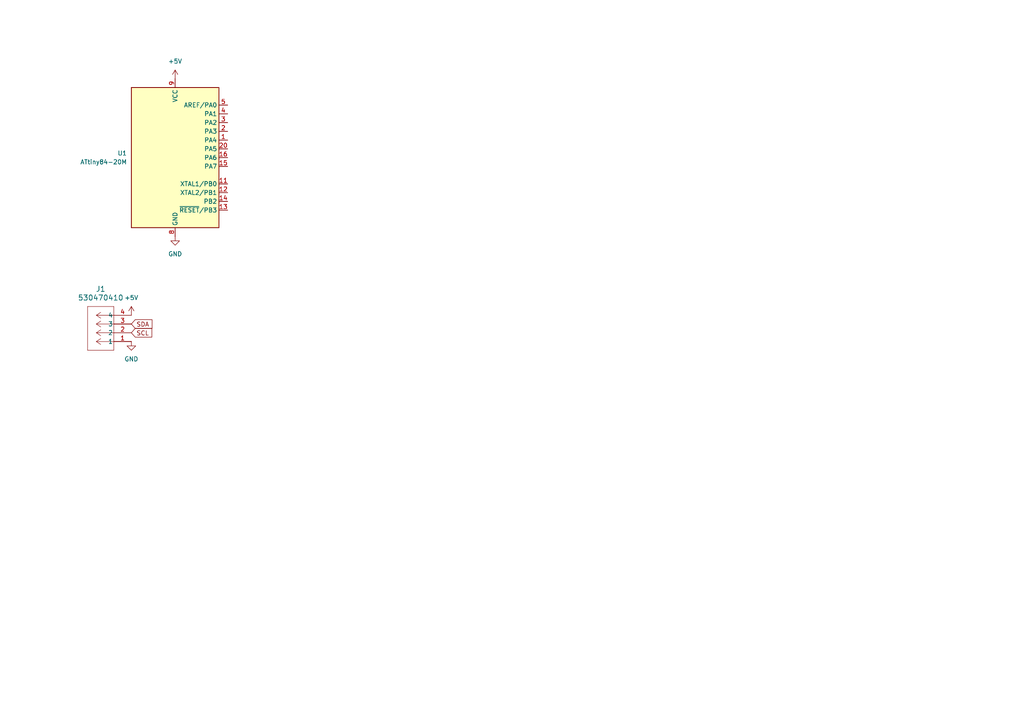
<source format=kicad_sch>
(kicad_sch
	(version 20250114)
	(generator "eeschema")
	(generator_version "9.0")
	(uuid "c44f5839-ac7a-4032-b822-4da467f6f6b5")
	(paper "A4")
	(lib_symbols
		(symbol "CONN04_530470410_MOL:530470410"
			(pin_names
				(offset 0.254)
			)
			(exclude_from_sim no)
			(in_bom yes)
			(on_board yes)
			(property "Reference" "J"
				(at 8.89 6.35 0)
				(effects
					(font
						(size 1.524 1.524)
					)
				)
			)
			(property "Value" "530470410"
				(at 0 0 0)
				(effects
					(font
						(size 1.524 1.524)
					)
				)
			)
			(property "Footprint" "CONN04_530470410_MOL"
				(at 0 0 0)
				(effects
					(font
						(size 1.27 1.27)
						(italic yes)
					)
					(hide yes)
				)
			)
			(property "Datasheet" "530470410"
				(at 0 0 0)
				(effects
					(font
						(size 1.27 1.27)
						(italic yes)
					)
					(hide yes)
				)
			)
			(property "Description" ""
				(at 0 0 0)
				(effects
					(font
						(size 1.27 1.27)
					)
					(hide yes)
				)
			)
			(property "ki_locked" ""
				(at 0 0 0)
				(effects
					(font
						(size 1.27 1.27)
					)
				)
			)
			(property "ki_keywords" "530470410"
				(at 0 0 0)
				(effects
					(font
						(size 1.27 1.27)
					)
					(hide yes)
				)
			)
			(property "ki_fp_filters" "CONN04_530470410_MOL"
				(at 0 0 0)
				(effects
					(font
						(size 1.27 1.27)
					)
					(hide yes)
				)
			)
			(symbol "530470410_1_1"
				(polyline
					(pts
						(xy 5.08 2.54) (xy 5.08 -10.16)
					)
					(stroke
						(width 0.127)
						(type default)
					)
					(fill
						(type none)
					)
				)
				(polyline
					(pts
						(xy 5.08 -10.16) (xy 12.7 -10.16)
					)
					(stroke
						(width 0.127)
						(type default)
					)
					(fill
						(type none)
					)
				)
				(polyline
					(pts
						(xy 10.16 0) (xy 5.08 0)
					)
					(stroke
						(width 0.127)
						(type default)
					)
					(fill
						(type none)
					)
				)
				(polyline
					(pts
						(xy 10.16 0) (xy 8.89 0.8467)
					)
					(stroke
						(width 0.127)
						(type default)
					)
					(fill
						(type none)
					)
				)
				(polyline
					(pts
						(xy 10.16 0) (xy 8.89 -0.8467)
					)
					(stroke
						(width 0.127)
						(type default)
					)
					(fill
						(type none)
					)
				)
				(polyline
					(pts
						(xy 10.16 -2.54) (xy 5.08 -2.54)
					)
					(stroke
						(width 0.127)
						(type default)
					)
					(fill
						(type none)
					)
				)
				(polyline
					(pts
						(xy 10.16 -2.54) (xy 8.89 -1.6933)
					)
					(stroke
						(width 0.127)
						(type default)
					)
					(fill
						(type none)
					)
				)
				(polyline
					(pts
						(xy 10.16 -2.54) (xy 8.89 -3.3867)
					)
					(stroke
						(width 0.127)
						(type default)
					)
					(fill
						(type none)
					)
				)
				(polyline
					(pts
						(xy 10.16 -5.08) (xy 5.08 -5.08)
					)
					(stroke
						(width 0.127)
						(type default)
					)
					(fill
						(type none)
					)
				)
				(polyline
					(pts
						(xy 10.16 -5.08) (xy 8.89 -4.2333)
					)
					(stroke
						(width 0.127)
						(type default)
					)
					(fill
						(type none)
					)
				)
				(polyline
					(pts
						(xy 10.16 -5.08) (xy 8.89 -5.9267)
					)
					(stroke
						(width 0.127)
						(type default)
					)
					(fill
						(type none)
					)
				)
				(polyline
					(pts
						(xy 10.16 -7.62) (xy 5.08 -7.62)
					)
					(stroke
						(width 0.127)
						(type default)
					)
					(fill
						(type none)
					)
				)
				(polyline
					(pts
						(xy 10.16 -7.62) (xy 8.89 -6.7733)
					)
					(stroke
						(width 0.127)
						(type default)
					)
					(fill
						(type none)
					)
				)
				(polyline
					(pts
						(xy 10.16 -7.62) (xy 8.89 -8.4667)
					)
					(stroke
						(width 0.127)
						(type default)
					)
					(fill
						(type none)
					)
				)
				(polyline
					(pts
						(xy 12.7 2.54) (xy 5.08 2.54)
					)
					(stroke
						(width 0.127)
						(type default)
					)
					(fill
						(type none)
					)
				)
				(polyline
					(pts
						(xy 12.7 -10.16) (xy 12.7 2.54)
					)
					(stroke
						(width 0.127)
						(type default)
					)
					(fill
						(type none)
					)
				)
				(pin unspecified line
					(at 0 0 0)
					(length 5.08)
					(name "1"
						(effects
							(font
								(size 1.27 1.27)
							)
						)
					)
					(number "1"
						(effects
							(font
								(size 1.27 1.27)
							)
						)
					)
				)
				(pin unspecified line
					(at 0 -2.54 0)
					(length 5.08)
					(name "2"
						(effects
							(font
								(size 1.27 1.27)
							)
						)
					)
					(number "2"
						(effects
							(font
								(size 1.27 1.27)
							)
						)
					)
				)
				(pin unspecified line
					(at 0 -5.08 0)
					(length 5.08)
					(name "3"
						(effects
							(font
								(size 1.27 1.27)
							)
						)
					)
					(number "3"
						(effects
							(font
								(size 1.27 1.27)
							)
						)
					)
				)
				(pin unspecified line
					(at 0 -7.62 0)
					(length 5.08)
					(name "4"
						(effects
							(font
								(size 1.27 1.27)
							)
						)
					)
					(number "4"
						(effects
							(font
								(size 1.27 1.27)
							)
						)
					)
				)
			)
			(symbol "530470410_1_2"
				(polyline
					(pts
						(xy 5.08 2.54) (xy 5.08 -10.16)
					)
					(stroke
						(width 0.127)
						(type default)
					)
					(fill
						(type none)
					)
				)
				(polyline
					(pts
						(xy 5.08 -10.16) (xy 12.7 -10.16)
					)
					(stroke
						(width 0.127)
						(type default)
					)
					(fill
						(type none)
					)
				)
				(polyline
					(pts
						(xy 7.62 0) (xy 5.08 0)
					)
					(stroke
						(width 0.127)
						(type default)
					)
					(fill
						(type none)
					)
				)
				(polyline
					(pts
						(xy 7.62 0) (xy 8.89 0.8467)
					)
					(stroke
						(width 0.127)
						(type default)
					)
					(fill
						(type none)
					)
				)
				(polyline
					(pts
						(xy 7.62 0) (xy 8.89 -0.8467)
					)
					(stroke
						(width 0.127)
						(type default)
					)
					(fill
						(type none)
					)
				)
				(polyline
					(pts
						(xy 7.62 -2.54) (xy 5.08 -2.54)
					)
					(stroke
						(width 0.127)
						(type default)
					)
					(fill
						(type none)
					)
				)
				(polyline
					(pts
						(xy 7.62 -2.54) (xy 8.89 -1.6933)
					)
					(stroke
						(width 0.127)
						(type default)
					)
					(fill
						(type none)
					)
				)
				(polyline
					(pts
						(xy 7.62 -2.54) (xy 8.89 -3.3867)
					)
					(stroke
						(width 0.127)
						(type default)
					)
					(fill
						(type none)
					)
				)
				(polyline
					(pts
						(xy 7.62 -5.08) (xy 5.08 -5.08)
					)
					(stroke
						(width 0.127)
						(type default)
					)
					(fill
						(type none)
					)
				)
				(polyline
					(pts
						(xy 7.62 -5.08) (xy 8.89 -4.2333)
					)
					(stroke
						(width 0.127)
						(type default)
					)
					(fill
						(type none)
					)
				)
				(polyline
					(pts
						(xy 7.62 -5.08) (xy 8.89 -5.9267)
					)
					(stroke
						(width 0.127)
						(type default)
					)
					(fill
						(type none)
					)
				)
				(polyline
					(pts
						(xy 7.62 -7.62) (xy 5.08 -7.62)
					)
					(stroke
						(width 0.127)
						(type default)
					)
					(fill
						(type none)
					)
				)
				(polyline
					(pts
						(xy 7.62 -7.62) (xy 8.89 -6.7733)
					)
					(stroke
						(width 0.127)
						(type default)
					)
					(fill
						(type none)
					)
				)
				(polyline
					(pts
						(xy 7.62 -7.62) (xy 8.89 -8.4667)
					)
					(stroke
						(width 0.127)
						(type default)
					)
					(fill
						(type none)
					)
				)
				(polyline
					(pts
						(xy 12.7 2.54) (xy 5.08 2.54)
					)
					(stroke
						(width 0.127)
						(type default)
					)
					(fill
						(type none)
					)
				)
				(polyline
					(pts
						(xy 12.7 -10.16) (xy 12.7 2.54)
					)
					(stroke
						(width 0.127)
						(type default)
					)
					(fill
						(type none)
					)
				)
				(pin unspecified line
					(at 0 0 0)
					(length 5.08)
					(name "1"
						(effects
							(font
								(size 1.27 1.27)
							)
						)
					)
					(number "1"
						(effects
							(font
								(size 1.27 1.27)
							)
						)
					)
				)
				(pin unspecified line
					(at 0 -2.54 0)
					(length 5.08)
					(name "2"
						(effects
							(font
								(size 1.27 1.27)
							)
						)
					)
					(number "2"
						(effects
							(font
								(size 1.27 1.27)
							)
						)
					)
				)
				(pin unspecified line
					(at 0 -5.08 0)
					(length 5.08)
					(name "3"
						(effects
							(font
								(size 1.27 1.27)
							)
						)
					)
					(number "3"
						(effects
							(font
								(size 1.27 1.27)
							)
						)
					)
				)
				(pin unspecified line
					(at 0 -7.62 0)
					(length 5.08)
					(name "4"
						(effects
							(font
								(size 1.27 1.27)
							)
						)
					)
					(number "4"
						(effects
							(font
								(size 1.27 1.27)
							)
						)
					)
				)
			)
			(embedded_fonts no)
		)
		(symbol "MCU_Microchip_ATtiny:ATtiny84-20M"
			(exclude_from_sim no)
			(in_bom yes)
			(on_board yes)
			(property "Reference" "U"
				(at -12.7 21.59 0)
				(effects
					(font
						(size 1.27 1.27)
					)
					(justify left bottom)
				)
			)
			(property "Value" "ATtiny84-20M"
				(at 2.54 -21.59 0)
				(effects
					(font
						(size 1.27 1.27)
					)
					(justify left top)
				)
			)
			(property "Footprint" "Package_DFN_QFN:QFN-20-1EP_4x4mm_P0.5mm_EP2.6x2.6mm"
				(at 0 0 0)
				(effects
					(font
						(size 1.27 1.27)
						(italic yes)
					)
					(hide yes)
				)
			)
			(property "Datasheet" "http://ww1.microchip.com/downloads/en/DeviceDoc/doc8006.pdf"
				(at 0 0 0)
				(effects
					(font
						(size 1.27 1.27)
					)
					(hide yes)
				)
			)
			(property "Description" "20MHz, 8kB Flash, 512B SRAM, 512B EEPROM, debugWIRE, QFN-20"
				(at 0 0 0)
				(effects
					(font
						(size 1.27 1.27)
					)
					(hide yes)
				)
			)
			(property "ki_keywords" "AVR 8bit Microcontroller tinyAVR"
				(at 0 0 0)
				(effects
					(font
						(size 1.27 1.27)
					)
					(hide yes)
				)
			)
			(property "ki_fp_filters" "QFN*1EP*4x4mm*P0.5mm*"
				(at 0 0 0)
				(effects
					(font
						(size 1.27 1.27)
					)
					(hide yes)
				)
			)
			(symbol "ATtiny84-20M_0_1"
				(rectangle
					(start -12.7 -20.32)
					(end 12.7 20.32)
					(stroke
						(width 0.254)
						(type default)
					)
					(fill
						(type background)
					)
				)
			)
			(symbol "ATtiny84-20M_1_1"
				(pin no_connect line
					(at -12.7 -5.08 0)
					(length 2.54)
					(hide yes)
					(name "NC"
						(effects
							(font
								(size 1.27 1.27)
							)
						)
					)
					(number "6"
						(effects
							(font
								(size 1.27 1.27)
							)
						)
					)
				)
				(pin no_connect line
					(at -12.7 -7.62 0)
					(length 2.54)
					(hide yes)
					(name "NC"
						(effects
							(font
								(size 1.27 1.27)
							)
						)
					)
					(number "7"
						(effects
							(font
								(size 1.27 1.27)
							)
						)
					)
				)
				(pin no_connect line
					(at -12.7 -10.16 0)
					(length 2.54)
					(hide yes)
					(name "NC"
						(effects
							(font
								(size 1.27 1.27)
							)
						)
					)
					(number "10"
						(effects
							(font
								(size 1.27 1.27)
							)
						)
					)
				)
				(pin no_connect line
					(at -12.7 -12.7 0)
					(length 2.54)
					(hide yes)
					(name "NC"
						(effects
							(font
								(size 1.27 1.27)
							)
						)
					)
					(number "17"
						(effects
							(font
								(size 1.27 1.27)
							)
						)
					)
				)
				(pin no_connect line
					(at -12.7 -15.24 0)
					(length 2.54)
					(hide yes)
					(name "NC"
						(effects
							(font
								(size 1.27 1.27)
							)
						)
					)
					(number "18"
						(effects
							(font
								(size 1.27 1.27)
							)
						)
					)
				)
				(pin no_connect line
					(at -12.7 -17.78 0)
					(length 2.54)
					(hide yes)
					(name "NC"
						(effects
							(font
								(size 1.27 1.27)
							)
						)
					)
					(number "19"
						(effects
							(font
								(size 1.27 1.27)
							)
						)
					)
				)
				(pin power_in line
					(at 0 22.86 270)
					(length 2.54)
					(name "VCC"
						(effects
							(font
								(size 1.27 1.27)
							)
						)
					)
					(number "9"
						(effects
							(font
								(size 1.27 1.27)
							)
						)
					)
				)
				(pin passive line
					(at 0 -22.86 90)
					(length 2.54)
					(hide yes)
					(name "GND"
						(effects
							(font
								(size 1.27 1.27)
							)
						)
					)
					(number "21"
						(effects
							(font
								(size 1.27 1.27)
							)
						)
					)
				)
				(pin power_in line
					(at 0 -22.86 90)
					(length 2.54)
					(name "GND"
						(effects
							(font
								(size 1.27 1.27)
							)
						)
					)
					(number "8"
						(effects
							(font
								(size 1.27 1.27)
							)
						)
					)
				)
				(pin bidirectional line
					(at 15.24 15.24 180)
					(length 2.54)
					(name "AREF/PA0"
						(effects
							(font
								(size 1.27 1.27)
							)
						)
					)
					(number "5"
						(effects
							(font
								(size 1.27 1.27)
							)
						)
					)
				)
				(pin bidirectional line
					(at 15.24 12.7 180)
					(length 2.54)
					(name "PA1"
						(effects
							(font
								(size 1.27 1.27)
							)
						)
					)
					(number "4"
						(effects
							(font
								(size 1.27 1.27)
							)
						)
					)
				)
				(pin bidirectional line
					(at 15.24 10.16 180)
					(length 2.54)
					(name "PA2"
						(effects
							(font
								(size 1.27 1.27)
							)
						)
					)
					(number "3"
						(effects
							(font
								(size 1.27 1.27)
							)
						)
					)
				)
				(pin bidirectional line
					(at 15.24 7.62 180)
					(length 2.54)
					(name "PA3"
						(effects
							(font
								(size 1.27 1.27)
							)
						)
					)
					(number "2"
						(effects
							(font
								(size 1.27 1.27)
							)
						)
					)
				)
				(pin bidirectional line
					(at 15.24 5.08 180)
					(length 2.54)
					(name "PA4"
						(effects
							(font
								(size 1.27 1.27)
							)
						)
					)
					(number "1"
						(effects
							(font
								(size 1.27 1.27)
							)
						)
					)
				)
				(pin bidirectional line
					(at 15.24 2.54 180)
					(length 2.54)
					(name "PA5"
						(effects
							(font
								(size 1.27 1.27)
							)
						)
					)
					(number "20"
						(effects
							(font
								(size 1.27 1.27)
							)
						)
					)
				)
				(pin bidirectional line
					(at 15.24 0 180)
					(length 2.54)
					(name "PA6"
						(effects
							(font
								(size 1.27 1.27)
							)
						)
					)
					(number "16"
						(effects
							(font
								(size 1.27 1.27)
							)
						)
					)
				)
				(pin bidirectional line
					(at 15.24 -2.54 180)
					(length 2.54)
					(name "PA7"
						(effects
							(font
								(size 1.27 1.27)
							)
						)
					)
					(number "15"
						(effects
							(font
								(size 1.27 1.27)
							)
						)
					)
				)
				(pin bidirectional line
					(at 15.24 -7.62 180)
					(length 2.54)
					(name "XTAL1/PB0"
						(effects
							(font
								(size 1.27 1.27)
							)
						)
					)
					(number "11"
						(effects
							(font
								(size 1.27 1.27)
							)
						)
					)
				)
				(pin bidirectional line
					(at 15.24 -10.16 180)
					(length 2.54)
					(name "XTAL2/PB1"
						(effects
							(font
								(size 1.27 1.27)
							)
						)
					)
					(number "12"
						(effects
							(font
								(size 1.27 1.27)
							)
						)
					)
				)
				(pin bidirectional line
					(at 15.24 -12.7 180)
					(length 2.54)
					(name "PB2"
						(effects
							(font
								(size 1.27 1.27)
							)
						)
					)
					(number "14"
						(effects
							(font
								(size 1.27 1.27)
							)
						)
					)
				)
				(pin bidirectional line
					(at 15.24 -15.24 180)
					(length 2.54)
					(name "~{RESET}/PB3"
						(effects
							(font
								(size 1.27 1.27)
							)
						)
					)
					(number "13"
						(effects
							(font
								(size 1.27 1.27)
							)
						)
					)
				)
			)
			(embedded_fonts no)
		)
		(symbol "power:+5V"
			(power)
			(pin_numbers
				(hide yes)
			)
			(pin_names
				(offset 0)
				(hide yes)
			)
			(exclude_from_sim no)
			(in_bom yes)
			(on_board yes)
			(property "Reference" "#PWR"
				(at 0 -3.81 0)
				(effects
					(font
						(size 1.27 1.27)
					)
					(hide yes)
				)
			)
			(property "Value" "+5V"
				(at 0 3.556 0)
				(effects
					(font
						(size 1.27 1.27)
					)
				)
			)
			(property "Footprint" ""
				(at 0 0 0)
				(effects
					(font
						(size 1.27 1.27)
					)
					(hide yes)
				)
			)
			(property "Datasheet" ""
				(at 0 0 0)
				(effects
					(font
						(size 1.27 1.27)
					)
					(hide yes)
				)
			)
			(property "Description" "Power symbol creates a global label with name \"+5V\""
				(at 0 0 0)
				(effects
					(font
						(size 1.27 1.27)
					)
					(hide yes)
				)
			)
			(property "ki_keywords" "global power"
				(at 0 0 0)
				(effects
					(font
						(size 1.27 1.27)
					)
					(hide yes)
				)
			)
			(symbol "+5V_0_1"
				(polyline
					(pts
						(xy -0.762 1.27) (xy 0 2.54)
					)
					(stroke
						(width 0)
						(type default)
					)
					(fill
						(type none)
					)
				)
				(polyline
					(pts
						(xy 0 2.54) (xy 0.762 1.27)
					)
					(stroke
						(width 0)
						(type default)
					)
					(fill
						(type none)
					)
				)
				(polyline
					(pts
						(xy 0 0) (xy 0 2.54)
					)
					(stroke
						(width 0)
						(type default)
					)
					(fill
						(type none)
					)
				)
			)
			(symbol "+5V_1_1"
				(pin power_in line
					(at 0 0 90)
					(length 0)
					(name "~"
						(effects
							(font
								(size 1.27 1.27)
							)
						)
					)
					(number "1"
						(effects
							(font
								(size 1.27 1.27)
							)
						)
					)
				)
			)
			(embedded_fonts no)
		)
		(symbol "power:GND"
			(power)
			(pin_numbers
				(hide yes)
			)
			(pin_names
				(offset 0)
				(hide yes)
			)
			(exclude_from_sim no)
			(in_bom yes)
			(on_board yes)
			(property "Reference" "#PWR"
				(at 0 -6.35 0)
				(effects
					(font
						(size 1.27 1.27)
					)
					(hide yes)
				)
			)
			(property "Value" "GND"
				(at 0 -3.81 0)
				(effects
					(font
						(size 1.27 1.27)
					)
				)
			)
			(property "Footprint" ""
				(at 0 0 0)
				(effects
					(font
						(size 1.27 1.27)
					)
					(hide yes)
				)
			)
			(property "Datasheet" ""
				(at 0 0 0)
				(effects
					(font
						(size 1.27 1.27)
					)
					(hide yes)
				)
			)
			(property "Description" "Power symbol creates a global label with name \"GND\" , ground"
				(at 0 0 0)
				(effects
					(font
						(size 1.27 1.27)
					)
					(hide yes)
				)
			)
			(property "ki_keywords" "global power"
				(at 0 0 0)
				(effects
					(font
						(size 1.27 1.27)
					)
					(hide yes)
				)
			)
			(symbol "GND_0_1"
				(polyline
					(pts
						(xy 0 0) (xy 0 -1.27) (xy 1.27 -1.27) (xy 0 -2.54) (xy -1.27 -1.27) (xy 0 -1.27)
					)
					(stroke
						(width 0)
						(type default)
					)
					(fill
						(type none)
					)
				)
			)
			(symbol "GND_1_1"
				(pin power_in line
					(at 0 0 270)
					(length 0)
					(name "~"
						(effects
							(font
								(size 1.27 1.27)
							)
						)
					)
					(number "1"
						(effects
							(font
								(size 1.27 1.27)
							)
						)
					)
				)
			)
			(embedded_fonts no)
		)
	)
	(global_label "SCL"
		(shape input)
		(at 38.1 96.52 0)
		(fields_autoplaced yes)
		(effects
			(font
				(size 1.27 1.27)
			)
			(justify left)
		)
		(uuid "65b58f12-120e-43b0-bfd4-0f183b9a14a9")
		(property "Intersheetrefs" "${INTERSHEET_REFS}"
			(at 44.5928 96.52 0)
			(effects
				(font
					(size 1.27 1.27)
				)
				(justify left)
				(hide yes)
			)
		)
	)
	(global_label "SDA"
		(shape input)
		(at 38.1 93.98 0)
		(fields_autoplaced yes)
		(effects
			(font
				(size 1.27 1.27)
			)
			(justify left)
		)
		(uuid "68c746da-239c-4803-a04b-170b4ca41f92")
		(property "Intersheetrefs" "${INTERSHEET_REFS}"
			(at 44.6533 93.98 0)
			(effects
				(font
					(size 1.27 1.27)
				)
				(justify left)
				(hide yes)
			)
		)
	)
	(symbol
		(lib_id "CONN04_530470410_MOL:530470410")
		(at 38.1 99.06 180)
		(unit 1)
		(exclude_from_sim no)
		(in_bom yes)
		(on_board yes)
		(dnp no)
		(fields_autoplaced yes)
		(uuid "245227c2-169a-46b4-8aab-3812ead2e2d7")
		(property "Reference" "J1"
			(at 29.21 83.82 0)
			(effects
				(font
					(size 1.524 1.524)
				)
			)
		)
		(property "Value" "530470410"
			(at 29.21 86.36 0)
			(effects
				(font
					(size 1.524 1.524)
				)
			)
		)
		(property "Footprint" "CONN04_530470410_MOL"
			(at 38.1 99.06 0)
			(effects
				(font
					(size 1.27 1.27)
					(italic yes)
				)
				(hide yes)
			)
		)
		(property "Datasheet" "530470410"
			(at 38.1 99.06 0)
			(effects
				(font
					(size 1.27 1.27)
					(italic yes)
				)
				(hide yes)
			)
		)
		(property "Description" ""
			(at 38.1 99.06 0)
			(effects
				(font
					(size 1.27 1.27)
				)
				(hide yes)
			)
		)
		(pin "3"
			(uuid "e854b5e4-98e3-4ac1-a010-e480fedcd0f0")
		)
		(pin "4"
			(uuid "66b4da73-3964-4e92-a650-18967a7c049b")
		)
		(pin "2"
			(uuid "cca51f1b-c120-4d82-8db4-e64bce338153")
		)
		(pin "1"
			(uuid "93dfe36a-4101-49b0-9ece-359b7864683a")
		)
		(instances
			(project ""
				(path "/c44f5839-ac7a-4032-b822-4da467f6f6b5"
					(reference "J1")
					(unit 1)
				)
			)
		)
	)
	(symbol
		(lib_id "power:+5V")
		(at 38.1 91.44 0)
		(unit 1)
		(exclude_from_sim no)
		(in_bom yes)
		(on_board yes)
		(dnp no)
		(fields_autoplaced yes)
		(uuid "4edb2151-ad83-49d8-973e-9e77c32b4c01")
		(property "Reference" "#PWR02"
			(at 38.1 95.25 0)
			(effects
				(font
					(size 1.27 1.27)
				)
				(hide yes)
			)
		)
		(property "Value" "+5V"
			(at 38.1 86.36 0)
			(effects
				(font
					(size 1.27 1.27)
				)
			)
		)
		(property "Footprint" ""
			(at 38.1 91.44 0)
			(effects
				(font
					(size 1.27 1.27)
				)
				(hide yes)
			)
		)
		(property "Datasheet" ""
			(at 38.1 91.44 0)
			(effects
				(font
					(size 1.27 1.27)
				)
				(hide yes)
			)
		)
		(property "Description" "Power symbol creates a global label with name \"+5V\""
			(at 38.1 91.44 0)
			(effects
				(font
					(size 1.27 1.27)
				)
				(hide yes)
			)
		)
		(pin "1"
			(uuid "fe74ccd7-20d3-4ae4-ab14-02bafe7c7ef8")
		)
		(instances
			(project ""
				(path "/c44f5839-ac7a-4032-b822-4da467f6f6b5"
					(reference "#PWR02")
					(unit 1)
				)
			)
		)
	)
	(symbol
		(lib_id "power:GND")
		(at 50.8 68.58 0)
		(unit 1)
		(exclude_from_sim no)
		(in_bom yes)
		(on_board yes)
		(dnp no)
		(fields_autoplaced yes)
		(uuid "6d4156f5-0a6b-4de8-af94-45ad9e290519")
		(property "Reference" "#PWR03"
			(at 50.8 74.93 0)
			(effects
				(font
					(size 1.27 1.27)
				)
				(hide yes)
			)
		)
		(property "Value" "GND"
			(at 50.8 73.66 0)
			(effects
				(font
					(size 1.27 1.27)
				)
			)
		)
		(property "Footprint" ""
			(at 50.8 68.58 0)
			(effects
				(font
					(size 1.27 1.27)
				)
				(hide yes)
			)
		)
		(property "Datasheet" ""
			(at 50.8 68.58 0)
			(effects
				(font
					(size 1.27 1.27)
				)
				(hide yes)
			)
		)
		(property "Description" "Power symbol creates a global label with name \"GND\" , ground"
			(at 50.8 68.58 0)
			(effects
				(font
					(size 1.27 1.27)
				)
				(hide yes)
			)
		)
		(pin "1"
			(uuid "4dfc5d86-c149-42ad-860c-8580a7fe4855")
		)
		(instances
			(project "RGBW Par"
				(path "/c44f5839-ac7a-4032-b822-4da467f6f6b5"
					(reference "#PWR03")
					(unit 1)
				)
			)
		)
	)
	(symbol
		(lib_id "power:+5V")
		(at 50.8 22.86 0)
		(unit 1)
		(exclude_from_sim no)
		(in_bom yes)
		(on_board yes)
		(dnp no)
		(fields_autoplaced yes)
		(uuid "720724da-b3f2-40d9-a7ff-0fe2c8c204b4")
		(property "Reference" "#PWR04"
			(at 50.8 26.67 0)
			(effects
				(font
					(size 1.27 1.27)
				)
				(hide yes)
			)
		)
		(property "Value" "+5V"
			(at 50.8 17.78 0)
			(effects
				(font
					(size 1.27 1.27)
				)
			)
		)
		(property "Footprint" ""
			(at 50.8 22.86 0)
			(effects
				(font
					(size 1.27 1.27)
				)
				(hide yes)
			)
		)
		(property "Datasheet" ""
			(at 50.8 22.86 0)
			(effects
				(font
					(size 1.27 1.27)
				)
				(hide yes)
			)
		)
		(property "Description" "Power symbol creates a global label with name \"+5V\""
			(at 50.8 22.86 0)
			(effects
				(font
					(size 1.27 1.27)
				)
				(hide yes)
			)
		)
		(pin "1"
			(uuid "ef020313-6219-420f-8f73-670bb2f9f6e4")
		)
		(instances
			(project "RGBW Par"
				(path "/c44f5839-ac7a-4032-b822-4da467f6f6b5"
					(reference "#PWR04")
					(unit 1)
				)
			)
		)
	)
	(symbol
		(lib_id "power:GND")
		(at 38.1 99.06 0)
		(unit 1)
		(exclude_from_sim no)
		(in_bom yes)
		(on_board yes)
		(dnp no)
		(fields_autoplaced yes)
		(uuid "91e6286d-bd37-40f4-bd5e-00e49208f75d")
		(property "Reference" "#PWR01"
			(at 38.1 105.41 0)
			(effects
				(font
					(size 1.27 1.27)
				)
				(hide yes)
			)
		)
		(property "Value" "GND"
			(at 38.1 104.14 0)
			(effects
				(font
					(size 1.27 1.27)
				)
			)
		)
		(property "Footprint" ""
			(at 38.1 99.06 0)
			(effects
				(font
					(size 1.27 1.27)
				)
				(hide yes)
			)
		)
		(property "Datasheet" ""
			(at 38.1 99.06 0)
			(effects
				(font
					(size 1.27 1.27)
				)
				(hide yes)
			)
		)
		(property "Description" "Power symbol creates a global label with name \"GND\" , ground"
			(at 38.1 99.06 0)
			(effects
				(font
					(size 1.27 1.27)
				)
				(hide yes)
			)
		)
		(pin "1"
			(uuid "643b4cef-9a37-4215-a470-72a4671316a6")
		)
		(instances
			(project ""
				(path "/c44f5839-ac7a-4032-b822-4da467f6f6b5"
					(reference "#PWR01")
					(unit 1)
				)
			)
		)
	)
	(symbol
		(lib_id "MCU_Microchip_ATtiny:ATtiny84-20M")
		(at 50.8 45.72 0)
		(unit 1)
		(exclude_from_sim no)
		(in_bom yes)
		(on_board yes)
		(dnp no)
		(fields_autoplaced yes)
		(uuid "fbf5f70a-9f8e-4115-8809-26134c92a1d0")
		(property "Reference" "U1"
			(at 36.83 44.4499 0)
			(effects
				(font
					(size 1.27 1.27)
				)
				(justify right)
			)
		)
		(property "Value" "ATtiny84-20M"
			(at 36.83 46.9899 0)
			(effects
				(font
					(size 1.27 1.27)
				)
				(justify right)
			)
		)
		(property "Footprint" "Package_DFN_QFN:QFN-20-1EP_4x4mm_P0.5mm_EP2.6x2.6mm"
			(at 50.8 45.72 0)
			(effects
				(font
					(size 1.27 1.27)
					(italic yes)
				)
				(hide yes)
			)
		)
		(property "Datasheet" "http://ww1.microchip.com/downloads/en/DeviceDoc/doc8006.pdf"
			(at 50.8 45.72 0)
			(effects
				(font
					(size 1.27 1.27)
				)
				(hide yes)
			)
		)
		(property "Description" "20MHz, 8kB Flash, 512B SRAM, 512B EEPROM, debugWIRE, QFN-20"
			(at 50.8 45.72 0)
			(effects
				(font
					(size 1.27 1.27)
				)
				(hide yes)
			)
		)
		(pin "17"
			(uuid "2e33be9e-9d54-4144-9e2f-dfb8fc27efe6")
		)
		(pin "19"
			(uuid "3a1943ee-a135-4436-bd9e-a2f2aadf6175")
		)
		(pin "8"
			(uuid "c9d64097-c9d5-409d-985e-a0347f2e1bad")
		)
		(pin "4"
			(uuid "6a2bed40-3b06-494a-b717-b3a9643dbd74")
		)
		(pin "9"
			(uuid "77ae595c-a770-4d51-95d1-bbadaba0a22b")
		)
		(pin "1"
			(uuid "84eb0a24-a523-427c-bfb0-b775a1b511c8")
		)
		(pin "6"
			(uuid "7b476106-29b1-4855-b6cc-b689e8131ca3")
		)
		(pin "7"
			(uuid "6622c61d-a107-49d3-882b-d5c1f47609cc")
		)
		(pin "10"
			(uuid "89ac3246-dc31-4163-9947-7fcfa69a1521")
		)
		(pin "18"
			(uuid "e3ff10f7-d19e-4e06-b302-85ba05900c96")
		)
		(pin "21"
			(uuid "34155edd-125f-4367-b2a8-6996d804b024")
		)
		(pin "5"
			(uuid "001bcfae-4324-4f3a-a862-72c9a13b7340")
		)
		(pin "3"
			(uuid "c57ca3cc-4ea3-4f3b-998d-8cde249e415c")
		)
		(pin "2"
			(uuid "271e38ab-b4a6-4d75-ae6d-f8033e3e3129")
		)
		(pin "14"
			(uuid "ef50287a-e40a-440e-9f47-ebf32e6867b6")
		)
		(pin "15"
			(uuid "6a318518-4e21-4b14-a5ac-83c8739f9f72")
		)
		(pin "11"
			(uuid "2b758982-dfcf-4ed3-8fca-62eb0008e8a8")
		)
		(pin "16"
			(uuid "a4547f45-8d9e-44f3-baf9-688f69c09bf7")
		)
		(pin "12"
			(uuid "bd04e165-1bd5-4dd0-9a38-fb357078bc13")
		)
		(pin "13"
			(uuid "e34c0cd5-74ba-4bc7-a02c-1c70b31b4b9d")
		)
		(pin "20"
			(uuid "86e26065-5f21-4cd2-9849-ed30b8e67a56")
		)
		(instances
			(project ""
				(path "/c44f5839-ac7a-4032-b822-4da467f6f6b5"
					(reference "U1")
					(unit 1)
				)
			)
		)
	)
	(sheet_instances
		(path "/"
			(page "1")
		)
	)
	(embedded_fonts no)
)

</source>
